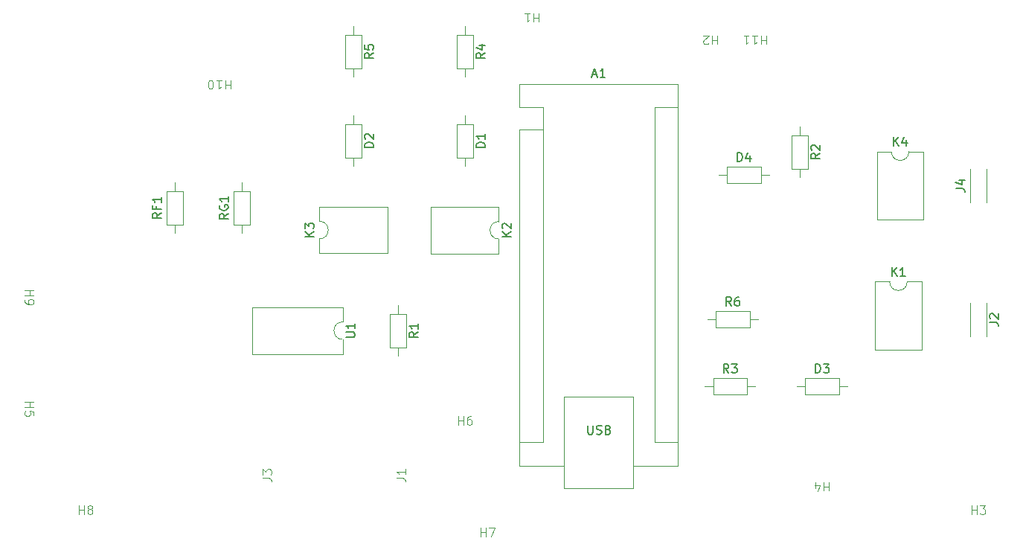
<source format=gbr>
%TF.GenerationSoftware,KiCad,Pcbnew,(7.0.0)*%
%TF.CreationDate,2023-09-29T18:22:51-04:00*%
%TF.ProjectId,Tinnitus Device 2,54696e6e-6974-4757-9320-446576696365,rev?*%
%TF.SameCoordinates,Original*%
%TF.FileFunction,Legend,Top*%
%TF.FilePolarity,Positive*%
%FSLAX46Y46*%
G04 Gerber Fmt 4.6, Leading zero omitted, Abs format (unit mm)*
G04 Created by KiCad (PCBNEW (7.0.0)) date 2023-09-29 18:22:51*
%MOMM*%
%LPD*%
G01*
G04 APERTURE LIST*
%ADD10C,0.150000*%
%ADD11C,0.100000*%
%ADD12C,0.120000*%
G04 APERTURE END LIST*
D10*
%TO.C,U1*%
X113457380Y-90931904D02*
X114266904Y-90931904D01*
X114266904Y-90931904D02*
X114362142Y-90884285D01*
X114362142Y-90884285D02*
X114409761Y-90836666D01*
X114409761Y-90836666D02*
X114457380Y-90741428D01*
X114457380Y-90741428D02*
X114457380Y-90550952D01*
X114457380Y-90550952D02*
X114409761Y-90455714D01*
X114409761Y-90455714D02*
X114362142Y-90408095D01*
X114362142Y-90408095D02*
X114266904Y-90360476D01*
X114266904Y-90360476D02*
X113457380Y-90360476D01*
X114457380Y-89360476D02*
X114457380Y-89931904D01*
X114457380Y-89646190D02*
X113457380Y-89646190D01*
X113457380Y-89646190D02*
X113600238Y-89741428D01*
X113600238Y-89741428D02*
X113695476Y-89836666D01*
X113695476Y-89836666D02*
X113743095Y-89931904D01*
%TO.C,RG1*%
X100047380Y-76866666D02*
X99571190Y-77199999D01*
X100047380Y-77438094D02*
X99047380Y-77438094D01*
X99047380Y-77438094D02*
X99047380Y-77057142D01*
X99047380Y-77057142D02*
X99095000Y-76961904D01*
X99095000Y-76961904D02*
X99142619Y-76914285D01*
X99142619Y-76914285D02*
X99237857Y-76866666D01*
X99237857Y-76866666D02*
X99380714Y-76866666D01*
X99380714Y-76866666D02*
X99475952Y-76914285D01*
X99475952Y-76914285D02*
X99523571Y-76961904D01*
X99523571Y-76961904D02*
X99571190Y-77057142D01*
X99571190Y-77057142D02*
X99571190Y-77438094D01*
X99095000Y-75914285D02*
X99047380Y-76009523D01*
X99047380Y-76009523D02*
X99047380Y-76152380D01*
X99047380Y-76152380D02*
X99095000Y-76295237D01*
X99095000Y-76295237D02*
X99190238Y-76390475D01*
X99190238Y-76390475D02*
X99285476Y-76438094D01*
X99285476Y-76438094D02*
X99475952Y-76485713D01*
X99475952Y-76485713D02*
X99618809Y-76485713D01*
X99618809Y-76485713D02*
X99809285Y-76438094D01*
X99809285Y-76438094D02*
X99904523Y-76390475D01*
X99904523Y-76390475D02*
X99999761Y-76295237D01*
X99999761Y-76295237D02*
X100047380Y-76152380D01*
X100047380Y-76152380D02*
X100047380Y-76057142D01*
X100047380Y-76057142D02*
X99999761Y-75914285D01*
X99999761Y-75914285D02*
X99952142Y-75866666D01*
X99952142Y-75866666D02*
X99618809Y-75866666D01*
X99618809Y-75866666D02*
X99618809Y-76057142D01*
X100047380Y-74914285D02*
X100047380Y-75485713D01*
X100047380Y-75199999D02*
X99047380Y-75199999D01*
X99047380Y-75199999D02*
X99190238Y-75295237D01*
X99190238Y-75295237D02*
X99285476Y-75390475D01*
X99285476Y-75390475D02*
X99333095Y-75485713D01*
%TO.C,RF1*%
X92427380Y-76795238D02*
X91951190Y-77128571D01*
X92427380Y-77366666D02*
X91427380Y-77366666D01*
X91427380Y-77366666D02*
X91427380Y-76985714D01*
X91427380Y-76985714D02*
X91475000Y-76890476D01*
X91475000Y-76890476D02*
X91522619Y-76842857D01*
X91522619Y-76842857D02*
X91617857Y-76795238D01*
X91617857Y-76795238D02*
X91760714Y-76795238D01*
X91760714Y-76795238D02*
X91855952Y-76842857D01*
X91855952Y-76842857D02*
X91903571Y-76890476D01*
X91903571Y-76890476D02*
X91951190Y-76985714D01*
X91951190Y-76985714D02*
X91951190Y-77366666D01*
X91903571Y-76033333D02*
X91903571Y-76366666D01*
X92427380Y-76366666D02*
X91427380Y-76366666D01*
X91427380Y-76366666D02*
X91427380Y-75890476D01*
X92427380Y-74985714D02*
X92427380Y-75557142D01*
X92427380Y-75271428D02*
X91427380Y-75271428D01*
X91427380Y-75271428D02*
X91570238Y-75366666D01*
X91570238Y-75366666D02*
X91665476Y-75461904D01*
X91665476Y-75461904D02*
X91713095Y-75557142D01*
%TO.C,R6*%
X157313333Y-87347380D02*
X156980000Y-86871190D01*
X156741905Y-87347380D02*
X156741905Y-86347380D01*
X156741905Y-86347380D02*
X157122857Y-86347380D01*
X157122857Y-86347380D02*
X157218095Y-86395000D01*
X157218095Y-86395000D02*
X157265714Y-86442619D01*
X157265714Y-86442619D02*
X157313333Y-86537857D01*
X157313333Y-86537857D02*
X157313333Y-86680714D01*
X157313333Y-86680714D02*
X157265714Y-86775952D01*
X157265714Y-86775952D02*
X157218095Y-86823571D01*
X157218095Y-86823571D02*
X157122857Y-86871190D01*
X157122857Y-86871190D02*
X156741905Y-86871190D01*
X158170476Y-86347380D02*
X157980000Y-86347380D01*
X157980000Y-86347380D02*
X157884762Y-86395000D01*
X157884762Y-86395000D02*
X157837143Y-86442619D01*
X157837143Y-86442619D02*
X157741905Y-86585476D01*
X157741905Y-86585476D02*
X157694286Y-86775952D01*
X157694286Y-86775952D02*
X157694286Y-87156904D01*
X157694286Y-87156904D02*
X157741905Y-87252142D01*
X157741905Y-87252142D02*
X157789524Y-87299761D01*
X157789524Y-87299761D02*
X157884762Y-87347380D01*
X157884762Y-87347380D02*
X158075238Y-87347380D01*
X158075238Y-87347380D02*
X158170476Y-87299761D01*
X158170476Y-87299761D02*
X158218095Y-87252142D01*
X158218095Y-87252142D02*
X158265714Y-87156904D01*
X158265714Y-87156904D02*
X158265714Y-86918809D01*
X158265714Y-86918809D02*
X158218095Y-86823571D01*
X158218095Y-86823571D02*
X158170476Y-86775952D01*
X158170476Y-86775952D02*
X158075238Y-86728333D01*
X158075238Y-86728333D02*
X157884762Y-86728333D01*
X157884762Y-86728333D02*
X157789524Y-86775952D01*
X157789524Y-86775952D02*
X157741905Y-86823571D01*
X157741905Y-86823571D02*
X157694286Y-86918809D01*
%TO.C,R5*%
X116587380Y-58586666D02*
X116111190Y-58919999D01*
X116587380Y-59158094D02*
X115587380Y-59158094D01*
X115587380Y-59158094D02*
X115587380Y-58777142D01*
X115587380Y-58777142D02*
X115635000Y-58681904D01*
X115635000Y-58681904D02*
X115682619Y-58634285D01*
X115682619Y-58634285D02*
X115777857Y-58586666D01*
X115777857Y-58586666D02*
X115920714Y-58586666D01*
X115920714Y-58586666D02*
X116015952Y-58634285D01*
X116015952Y-58634285D02*
X116063571Y-58681904D01*
X116063571Y-58681904D02*
X116111190Y-58777142D01*
X116111190Y-58777142D02*
X116111190Y-59158094D01*
X115587380Y-57681904D02*
X115587380Y-58158094D01*
X115587380Y-58158094D02*
X116063571Y-58205713D01*
X116063571Y-58205713D02*
X116015952Y-58158094D01*
X116015952Y-58158094D02*
X115968333Y-58062856D01*
X115968333Y-58062856D02*
X115968333Y-57824761D01*
X115968333Y-57824761D02*
X116015952Y-57729523D01*
X116015952Y-57729523D02*
X116063571Y-57681904D01*
X116063571Y-57681904D02*
X116158809Y-57634285D01*
X116158809Y-57634285D02*
X116396904Y-57634285D01*
X116396904Y-57634285D02*
X116492142Y-57681904D01*
X116492142Y-57681904D02*
X116539761Y-57729523D01*
X116539761Y-57729523D02*
X116587380Y-57824761D01*
X116587380Y-57824761D02*
X116587380Y-58062856D01*
X116587380Y-58062856D02*
X116539761Y-58158094D01*
X116539761Y-58158094D02*
X116492142Y-58205713D01*
%TO.C,R4*%
X129287380Y-58586666D02*
X128811190Y-58919999D01*
X129287380Y-59158094D02*
X128287380Y-59158094D01*
X128287380Y-59158094D02*
X128287380Y-58777142D01*
X128287380Y-58777142D02*
X128335000Y-58681904D01*
X128335000Y-58681904D02*
X128382619Y-58634285D01*
X128382619Y-58634285D02*
X128477857Y-58586666D01*
X128477857Y-58586666D02*
X128620714Y-58586666D01*
X128620714Y-58586666D02*
X128715952Y-58634285D01*
X128715952Y-58634285D02*
X128763571Y-58681904D01*
X128763571Y-58681904D02*
X128811190Y-58777142D01*
X128811190Y-58777142D02*
X128811190Y-59158094D01*
X128620714Y-57729523D02*
X129287380Y-57729523D01*
X128239761Y-57967618D02*
X128954047Y-58205713D01*
X128954047Y-58205713D02*
X128954047Y-57586666D01*
%TO.C,R3*%
X157013333Y-94967380D02*
X156680000Y-94491190D01*
X156441905Y-94967380D02*
X156441905Y-93967380D01*
X156441905Y-93967380D02*
X156822857Y-93967380D01*
X156822857Y-93967380D02*
X156918095Y-94015000D01*
X156918095Y-94015000D02*
X156965714Y-94062619D01*
X156965714Y-94062619D02*
X157013333Y-94157857D01*
X157013333Y-94157857D02*
X157013333Y-94300714D01*
X157013333Y-94300714D02*
X156965714Y-94395952D01*
X156965714Y-94395952D02*
X156918095Y-94443571D01*
X156918095Y-94443571D02*
X156822857Y-94491190D01*
X156822857Y-94491190D02*
X156441905Y-94491190D01*
X157346667Y-93967380D02*
X157965714Y-93967380D01*
X157965714Y-93967380D02*
X157632381Y-94348333D01*
X157632381Y-94348333D02*
X157775238Y-94348333D01*
X157775238Y-94348333D02*
X157870476Y-94395952D01*
X157870476Y-94395952D02*
X157918095Y-94443571D01*
X157918095Y-94443571D02*
X157965714Y-94538809D01*
X157965714Y-94538809D02*
X157965714Y-94776904D01*
X157965714Y-94776904D02*
X157918095Y-94872142D01*
X157918095Y-94872142D02*
X157870476Y-94919761D01*
X157870476Y-94919761D02*
X157775238Y-94967380D01*
X157775238Y-94967380D02*
X157489524Y-94967380D01*
X157489524Y-94967380D02*
X157394286Y-94919761D01*
X157394286Y-94919761D02*
X157346667Y-94872142D01*
%TO.C,R2*%
X167387380Y-70016666D02*
X166911190Y-70349999D01*
X167387380Y-70588094D02*
X166387380Y-70588094D01*
X166387380Y-70588094D02*
X166387380Y-70207142D01*
X166387380Y-70207142D02*
X166435000Y-70111904D01*
X166435000Y-70111904D02*
X166482619Y-70064285D01*
X166482619Y-70064285D02*
X166577857Y-70016666D01*
X166577857Y-70016666D02*
X166720714Y-70016666D01*
X166720714Y-70016666D02*
X166815952Y-70064285D01*
X166815952Y-70064285D02*
X166863571Y-70111904D01*
X166863571Y-70111904D02*
X166911190Y-70207142D01*
X166911190Y-70207142D02*
X166911190Y-70588094D01*
X166482619Y-69635713D02*
X166435000Y-69588094D01*
X166435000Y-69588094D02*
X166387380Y-69492856D01*
X166387380Y-69492856D02*
X166387380Y-69254761D01*
X166387380Y-69254761D02*
X166435000Y-69159523D01*
X166435000Y-69159523D02*
X166482619Y-69111904D01*
X166482619Y-69111904D02*
X166577857Y-69064285D01*
X166577857Y-69064285D02*
X166673095Y-69064285D01*
X166673095Y-69064285D02*
X166815952Y-69111904D01*
X166815952Y-69111904D02*
X167387380Y-69683332D01*
X167387380Y-69683332D02*
X167387380Y-69064285D01*
%TO.C,R1*%
X121667380Y-90336666D02*
X121191190Y-90669999D01*
X121667380Y-90908094D02*
X120667380Y-90908094D01*
X120667380Y-90908094D02*
X120667380Y-90527142D01*
X120667380Y-90527142D02*
X120715000Y-90431904D01*
X120715000Y-90431904D02*
X120762619Y-90384285D01*
X120762619Y-90384285D02*
X120857857Y-90336666D01*
X120857857Y-90336666D02*
X121000714Y-90336666D01*
X121000714Y-90336666D02*
X121095952Y-90384285D01*
X121095952Y-90384285D02*
X121143571Y-90431904D01*
X121143571Y-90431904D02*
X121191190Y-90527142D01*
X121191190Y-90527142D02*
X121191190Y-90908094D01*
X121667380Y-89384285D02*
X121667380Y-89955713D01*
X121667380Y-89669999D02*
X120667380Y-89669999D01*
X120667380Y-89669999D02*
X120810238Y-89765237D01*
X120810238Y-89765237D02*
X120905476Y-89860475D01*
X120905476Y-89860475D02*
X120953095Y-89955713D01*
%TO.C,K4*%
X175791905Y-69172380D02*
X175791905Y-68172380D01*
X176363333Y-69172380D02*
X175934762Y-68600952D01*
X176363333Y-68172380D02*
X175791905Y-68743809D01*
X177220476Y-68505714D02*
X177220476Y-69172380D01*
X176982381Y-68124761D02*
X176744286Y-68839047D01*
X176744286Y-68839047D02*
X177363333Y-68839047D01*
%TO.C,K3*%
X109812380Y-79468094D02*
X108812380Y-79468094D01*
X109812380Y-78896666D02*
X109240952Y-79325237D01*
X108812380Y-78896666D02*
X109383809Y-79468094D01*
X108812380Y-78563332D02*
X108812380Y-77944285D01*
X108812380Y-77944285D02*
X109193333Y-78277618D01*
X109193333Y-78277618D02*
X109193333Y-78134761D01*
X109193333Y-78134761D02*
X109240952Y-78039523D01*
X109240952Y-78039523D02*
X109288571Y-77991904D01*
X109288571Y-77991904D02*
X109383809Y-77944285D01*
X109383809Y-77944285D02*
X109621904Y-77944285D01*
X109621904Y-77944285D02*
X109717142Y-77991904D01*
X109717142Y-77991904D02*
X109764761Y-78039523D01*
X109764761Y-78039523D02*
X109812380Y-78134761D01*
X109812380Y-78134761D02*
X109812380Y-78420475D01*
X109812380Y-78420475D02*
X109764761Y-78515713D01*
X109764761Y-78515713D02*
X109717142Y-78563332D01*
%TO.C,K2*%
X132222380Y-79488094D02*
X131222380Y-79488094D01*
X132222380Y-78916666D02*
X131650952Y-79345237D01*
X131222380Y-78916666D02*
X131793809Y-79488094D01*
X131317619Y-78535713D02*
X131270000Y-78488094D01*
X131270000Y-78488094D02*
X131222380Y-78392856D01*
X131222380Y-78392856D02*
X131222380Y-78154761D01*
X131222380Y-78154761D02*
X131270000Y-78059523D01*
X131270000Y-78059523D02*
X131317619Y-78011904D01*
X131317619Y-78011904D02*
X131412857Y-77964285D01*
X131412857Y-77964285D02*
X131508095Y-77964285D01*
X131508095Y-77964285D02*
X131650952Y-78011904D01*
X131650952Y-78011904D02*
X132222380Y-78583332D01*
X132222380Y-78583332D02*
X132222380Y-77964285D01*
%TO.C,K1*%
X175591128Y-83970870D02*
X175591128Y-82970870D01*
X176162556Y-83970870D02*
X175733985Y-83399442D01*
X176162556Y-82970870D02*
X175591128Y-83542299D01*
X177114937Y-83970870D02*
X176543509Y-83970870D01*
X176829223Y-83970870D02*
X176829223Y-82970870D01*
X176829223Y-82970870D02*
X176733985Y-83113728D01*
X176733985Y-83113728D02*
X176638747Y-83208966D01*
X176638747Y-83208966D02*
X176543509Y-83256585D01*
%TO.C,J4*%
X182867380Y-73993333D02*
X183581666Y-73993333D01*
X183581666Y-73993333D02*
X183724523Y-74040952D01*
X183724523Y-74040952D02*
X183819761Y-74136190D01*
X183819761Y-74136190D02*
X183867380Y-74279047D01*
X183867380Y-74279047D02*
X183867380Y-74374285D01*
X183200714Y-73088571D02*
X183867380Y-73088571D01*
X182819761Y-73326666D02*
X183534047Y-73564761D01*
X183534047Y-73564761D02*
X183534047Y-72945714D01*
D11*
%TO.C,J3*%
X103967380Y-106933333D02*
X104681666Y-106933333D01*
X104681666Y-106933333D02*
X104824523Y-106980952D01*
X104824523Y-106980952D02*
X104919761Y-107076190D01*
X104919761Y-107076190D02*
X104967380Y-107219047D01*
X104967380Y-107219047D02*
X104967380Y-107314285D01*
X103967380Y-106552380D02*
X103967380Y-105933333D01*
X103967380Y-105933333D02*
X104348333Y-106266666D01*
X104348333Y-106266666D02*
X104348333Y-106123809D01*
X104348333Y-106123809D02*
X104395952Y-106028571D01*
X104395952Y-106028571D02*
X104443571Y-105980952D01*
X104443571Y-105980952D02*
X104538809Y-105933333D01*
X104538809Y-105933333D02*
X104776904Y-105933333D01*
X104776904Y-105933333D02*
X104872142Y-105980952D01*
X104872142Y-105980952D02*
X104919761Y-106028571D01*
X104919761Y-106028571D02*
X104967380Y-106123809D01*
X104967380Y-106123809D02*
X104967380Y-106409523D01*
X104967380Y-106409523D02*
X104919761Y-106504761D01*
X104919761Y-106504761D02*
X104872142Y-106552380D01*
D10*
%TO.C,J2*%
X186707380Y-89233333D02*
X187421666Y-89233333D01*
X187421666Y-89233333D02*
X187564523Y-89280952D01*
X187564523Y-89280952D02*
X187659761Y-89376190D01*
X187659761Y-89376190D02*
X187707380Y-89519047D01*
X187707380Y-89519047D02*
X187707380Y-89614285D01*
X186802619Y-88804761D02*
X186755000Y-88757142D01*
X186755000Y-88757142D02*
X186707380Y-88661904D01*
X186707380Y-88661904D02*
X186707380Y-88423809D01*
X186707380Y-88423809D02*
X186755000Y-88328571D01*
X186755000Y-88328571D02*
X186802619Y-88280952D01*
X186802619Y-88280952D02*
X186897857Y-88233333D01*
X186897857Y-88233333D02*
X186993095Y-88233333D01*
X186993095Y-88233333D02*
X187135952Y-88280952D01*
X187135952Y-88280952D02*
X187707380Y-88852380D01*
X187707380Y-88852380D02*
X187707380Y-88233333D01*
D11*
%TO.C,J1*%
X119207380Y-106933333D02*
X119921666Y-106933333D01*
X119921666Y-106933333D02*
X120064523Y-106980952D01*
X120064523Y-106980952D02*
X120159761Y-107076190D01*
X120159761Y-107076190D02*
X120207380Y-107219047D01*
X120207380Y-107219047D02*
X120207380Y-107314285D01*
X120207380Y-105933333D02*
X120207380Y-106504761D01*
X120207380Y-106219047D02*
X119207380Y-106219047D01*
X119207380Y-106219047D02*
X119350238Y-106314285D01*
X119350238Y-106314285D02*
X119445476Y-106409523D01*
X119445476Y-106409523D02*
X119493095Y-106504761D01*
%TO.C,H11*%
X161258094Y-56592619D02*
X161258094Y-57592619D01*
X161258094Y-57116428D02*
X160686666Y-57116428D01*
X160686666Y-56592619D02*
X160686666Y-57592619D01*
X159686666Y-56592619D02*
X160258094Y-56592619D01*
X159972380Y-56592619D02*
X159972380Y-57592619D01*
X159972380Y-57592619D02*
X160067618Y-57449761D01*
X160067618Y-57449761D02*
X160162856Y-57354523D01*
X160162856Y-57354523D02*
X160258094Y-57306904D01*
X158734285Y-56592619D02*
X159305713Y-56592619D01*
X159019999Y-56592619D02*
X159019999Y-57592619D01*
X159019999Y-57592619D02*
X159115237Y-57449761D01*
X159115237Y-57449761D02*
X159210475Y-57354523D01*
X159210475Y-57354523D02*
X159305713Y-57306904D01*
%TO.C,H10*%
X100298094Y-61672619D02*
X100298094Y-62672619D01*
X100298094Y-62196428D02*
X99726666Y-62196428D01*
X99726666Y-61672619D02*
X99726666Y-62672619D01*
X98726666Y-61672619D02*
X99298094Y-61672619D01*
X99012380Y-61672619D02*
X99012380Y-62672619D01*
X99012380Y-62672619D02*
X99107618Y-62529761D01*
X99107618Y-62529761D02*
X99202856Y-62434523D01*
X99202856Y-62434523D02*
X99298094Y-62386904D01*
X98107618Y-62672619D02*
X98012380Y-62672619D01*
X98012380Y-62672619D02*
X97917142Y-62625000D01*
X97917142Y-62625000D02*
X97869523Y-62577380D01*
X97869523Y-62577380D02*
X97821904Y-62482142D01*
X97821904Y-62482142D02*
X97774285Y-62291666D01*
X97774285Y-62291666D02*
X97774285Y-62053571D01*
X97774285Y-62053571D02*
X97821904Y-61863095D01*
X97821904Y-61863095D02*
X97869523Y-61767857D01*
X97869523Y-61767857D02*
X97917142Y-61720238D01*
X97917142Y-61720238D02*
X98012380Y-61672619D01*
X98012380Y-61672619D02*
X98107618Y-61672619D01*
X98107618Y-61672619D02*
X98202856Y-61720238D01*
X98202856Y-61720238D02*
X98250475Y-61767857D01*
X98250475Y-61767857D02*
X98298094Y-61863095D01*
X98298094Y-61863095D02*
X98345713Y-62053571D01*
X98345713Y-62053571D02*
X98345713Y-62291666D01*
X98345713Y-62291666D02*
X98298094Y-62482142D01*
X98298094Y-62482142D02*
X98250475Y-62577380D01*
X98250475Y-62577380D02*
X98202856Y-62625000D01*
X98202856Y-62625000D02*
X98107618Y-62672619D01*
%TO.C,H9*%
X76912619Y-85598095D02*
X77912619Y-85598095D01*
X77436428Y-85598095D02*
X77436428Y-86169523D01*
X76912619Y-86169523D02*
X77912619Y-86169523D01*
X76912619Y-86693333D02*
X76912619Y-86883809D01*
X76912619Y-86883809D02*
X76960238Y-86979047D01*
X76960238Y-86979047D02*
X77007857Y-87026666D01*
X77007857Y-87026666D02*
X77150714Y-87121904D01*
X77150714Y-87121904D02*
X77341190Y-87169523D01*
X77341190Y-87169523D02*
X77722142Y-87169523D01*
X77722142Y-87169523D02*
X77817380Y-87121904D01*
X77817380Y-87121904D02*
X77865000Y-87074285D01*
X77865000Y-87074285D02*
X77912619Y-86979047D01*
X77912619Y-86979047D02*
X77912619Y-86788571D01*
X77912619Y-86788571D02*
X77865000Y-86693333D01*
X77865000Y-86693333D02*
X77817380Y-86645714D01*
X77817380Y-86645714D02*
X77722142Y-86598095D01*
X77722142Y-86598095D02*
X77484047Y-86598095D01*
X77484047Y-86598095D02*
X77388809Y-86645714D01*
X77388809Y-86645714D02*
X77341190Y-86693333D01*
X77341190Y-86693333D02*
X77293571Y-86788571D01*
X77293571Y-86788571D02*
X77293571Y-86979047D01*
X77293571Y-86979047D02*
X77341190Y-87074285D01*
X77341190Y-87074285D02*
X77388809Y-87121904D01*
X77388809Y-87121904D02*
X77484047Y-87169523D01*
%TO.C,H8*%
X83058095Y-111047380D02*
X83058095Y-110047380D01*
X83058095Y-110523571D02*
X83629523Y-110523571D01*
X83629523Y-111047380D02*
X83629523Y-110047380D01*
X84248571Y-110475952D02*
X84153333Y-110428333D01*
X84153333Y-110428333D02*
X84105714Y-110380714D01*
X84105714Y-110380714D02*
X84058095Y-110285476D01*
X84058095Y-110285476D02*
X84058095Y-110237857D01*
X84058095Y-110237857D02*
X84105714Y-110142619D01*
X84105714Y-110142619D02*
X84153333Y-110095000D01*
X84153333Y-110095000D02*
X84248571Y-110047380D01*
X84248571Y-110047380D02*
X84439047Y-110047380D01*
X84439047Y-110047380D02*
X84534285Y-110095000D01*
X84534285Y-110095000D02*
X84581904Y-110142619D01*
X84581904Y-110142619D02*
X84629523Y-110237857D01*
X84629523Y-110237857D02*
X84629523Y-110285476D01*
X84629523Y-110285476D02*
X84581904Y-110380714D01*
X84581904Y-110380714D02*
X84534285Y-110428333D01*
X84534285Y-110428333D02*
X84439047Y-110475952D01*
X84439047Y-110475952D02*
X84248571Y-110475952D01*
X84248571Y-110475952D02*
X84153333Y-110523571D01*
X84153333Y-110523571D02*
X84105714Y-110571190D01*
X84105714Y-110571190D02*
X84058095Y-110666428D01*
X84058095Y-110666428D02*
X84058095Y-110856904D01*
X84058095Y-110856904D02*
X84105714Y-110952142D01*
X84105714Y-110952142D02*
X84153333Y-110999761D01*
X84153333Y-110999761D02*
X84248571Y-111047380D01*
X84248571Y-111047380D02*
X84439047Y-111047380D01*
X84439047Y-111047380D02*
X84534285Y-110999761D01*
X84534285Y-110999761D02*
X84581904Y-110952142D01*
X84581904Y-110952142D02*
X84629523Y-110856904D01*
X84629523Y-110856904D02*
X84629523Y-110666428D01*
X84629523Y-110666428D02*
X84581904Y-110571190D01*
X84581904Y-110571190D02*
X84534285Y-110523571D01*
X84534285Y-110523571D02*
X84439047Y-110475952D01*
%TO.C,H7*%
X128778095Y-113587380D02*
X128778095Y-112587380D01*
X128778095Y-113063571D02*
X129349523Y-113063571D01*
X129349523Y-113587380D02*
X129349523Y-112587380D01*
X129730476Y-112587380D02*
X130397142Y-112587380D01*
X130397142Y-112587380D02*
X129968571Y-113587380D01*
%TO.C,H6*%
X126238095Y-100887380D02*
X126238095Y-99887380D01*
X126238095Y-100363571D02*
X126809523Y-100363571D01*
X126809523Y-100887380D02*
X126809523Y-99887380D01*
X127714285Y-99887380D02*
X127523809Y-99887380D01*
X127523809Y-99887380D02*
X127428571Y-99935000D01*
X127428571Y-99935000D02*
X127380952Y-99982619D01*
X127380952Y-99982619D02*
X127285714Y-100125476D01*
X127285714Y-100125476D02*
X127238095Y-100315952D01*
X127238095Y-100315952D02*
X127238095Y-100696904D01*
X127238095Y-100696904D02*
X127285714Y-100792142D01*
X127285714Y-100792142D02*
X127333333Y-100839761D01*
X127333333Y-100839761D02*
X127428571Y-100887380D01*
X127428571Y-100887380D02*
X127619047Y-100887380D01*
X127619047Y-100887380D02*
X127714285Y-100839761D01*
X127714285Y-100839761D02*
X127761904Y-100792142D01*
X127761904Y-100792142D02*
X127809523Y-100696904D01*
X127809523Y-100696904D02*
X127809523Y-100458809D01*
X127809523Y-100458809D02*
X127761904Y-100363571D01*
X127761904Y-100363571D02*
X127714285Y-100315952D01*
X127714285Y-100315952D02*
X127619047Y-100268333D01*
X127619047Y-100268333D02*
X127428571Y-100268333D01*
X127428571Y-100268333D02*
X127333333Y-100315952D01*
X127333333Y-100315952D02*
X127285714Y-100363571D01*
X127285714Y-100363571D02*
X127238095Y-100458809D01*
%TO.C,H5*%
X76912619Y-98298095D02*
X77912619Y-98298095D01*
X77436428Y-98298095D02*
X77436428Y-98869523D01*
X76912619Y-98869523D02*
X77912619Y-98869523D01*
X77912619Y-99821904D02*
X77912619Y-99345714D01*
X77912619Y-99345714D02*
X77436428Y-99298095D01*
X77436428Y-99298095D02*
X77484047Y-99345714D01*
X77484047Y-99345714D02*
X77531666Y-99440952D01*
X77531666Y-99440952D02*
X77531666Y-99679047D01*
X77531666Y-99679047D02*
X77484047Y-99774285D01*
X77484047Y-99774285D02*
X77436428Y-99821904D01*
X77436428Y-99821904D02*
X77341190Y-99869523D01*
X77341190Y-99869523D02*
X77103095Y-99869523D01*
X77103095Y-99869523D02*
X77007857Y-99821904D01*
X77007857Y-99821904D02*
X76960238Y-99774285D01*
X76960238Y-99774285D02*
X76912619Y-99679047D01*
X76912619Y-99679047D02*
X76912619Y-99440952D01*
X76912619Y-99440952D02*
X76960238Y-99345714D01*
X76960238Y-99345714D02*
X77007857Y-99298095D01*
%TO.C,H4*%
X168401904Y-107392619D02*
X168401904Y-108392619D01*
X168401904Y-107916428D02*
X167830476Y-107916428D01*
X167830476Y-107392619D02*
X167830476Y-108392619D01*
X166925714Y-108059285D02*
X166925714Y-107392619D01*
X167163809Y-108440238D02*
X167401904Y-107725952D01*
X167401904Y-107725952D02*
X166782857Y-107725952D01*
%TO.C,H3*%
X184658095Y-111047380D02*
X184658095Y-110047380D01*
X184658095Y-110523571D02*
X185229523Y-110523571D01*
X185229523Y-111047380D02*
X185229523Y-110047380D01*
X185610476Y-110047380D02*
X186229523Y-110047380D01*
X186229523Y-110047380D02*
X185896190Y-110428333D01*
X185896190Y-110428333D02*
X186039047Y-110428333D01*
X186039047Y-110428333D02*
X186134285Y-110475952D01*
X186134285Y-110475952D02*
X186181904Y-110523571D01*
X186181904Y-110523571D02*
X186229523Y-110618809D01*
X186229523Y-110618809D02*
X186229523Y-110856904D01*
X186229523Y-110856904D02*
X186181904Y-110952142D01*
X186181904Y-110952142D02*
X186134285Y-110999761D01*
X186134285Y-110999761D02*
X186039047Y-111047380D01*
X186039047Y-111047380D02*
X185753333Y-111047380D01*
X185753333Y-111047380D02*
X185658095Y-110999761D01*
X185658095Y-110999761D02*
X185610476Y-110952142D01*
%TO.C,H2*%
X155701904Y-56592619D02*
X155701904Y-57592619D01*
X155701904Y-57116428D02*
X155130476Y-57116428D01*
X155130476Y-56592619D02*
X155130476Y-57592619D01*
X154701904Y-57497380D02*
X154654285Y-57545000D01*
X154654285Y-57545000D02*
X154559047Y-57592619D01*
X154559047Y-57592619D02*
X154320952Y-57592619D01*
X154320952Y-57592619D02*
X154225714Y-57545000D01*
X154225714Y-57545000D02*
X154178095Y-57497380D01*
X154178095Y-57497380D02*
X154130476Y-57402142D01*
X154130476Y-57402142D02*
X154130476Y-57306904D01*
X154130476Y-57306904D02*
X154178095Y-57164047D01*
X154178095Y-57164047D02*
X154749523Y-56592619D01*
X154749523Y-56592619D02*
X154130476Y-56592619D01*
%TO.C,H1*%
X135381904Y-54052619D02*
X135381904Y-55052619D01*
X135381904Y-54576428D02*
X134810476Y-54576428D01*
X134810476Y-54052619D02*
X134810476Y-55052619D01*
X133810476Y-54052619D02*
X134381904Y-54052619D01*
X134096190Y-54052619D02*
X134096190Y-55052619D01*
X134096190Y-55052619D02*
X134191428Y-54909761D01*
X134191428Y-54909761D02*
X134286666Y-54814523D01*
X134286666Y-54814523D02*
X134381904Y-54766904D01*
D10*
%TO.C,D4*%
X158011905Y-70927380D02*
X158011905Y-69927380D01*
X158011905Y-69927380D02*
X158250000Y-69927380D01*
X158250000Y-69927380D02*
X158392857Y-69975000D01*
X158392857Y-69975000D02*
X158488095Y-70070238D01*
X158488095Y-70070238D02*
X158535714Y-70165476D01*
X158535714Y-70165476D02*
X158583333Y-70355952D01*
X158583333Y-70355952D02*
X158583333Y-70498809D01*
X158583333Y-70498809D02*
X158535714Y-70689285D01*
X158535714Y-70689285D02*
X158488095Y-70784523D01*
X158488095Y-70784523D02*
X158392857Y-70879761D01*
X158392857Y-70879761D02*
X158250000Y-70927380D01*
X158250000Y-70927380D02*
X158011905Y-70927380D01*
X159440476Y-70260714D02*
X159440476Y-70927380D01*
X159202381Y-69879761D02*
X158964286Y-70594047D01*
X158964286Y-70594047D02*
X159583333Y-70594047D01*
%TO.C,D3*%
X166901905Y-94967380D02*
X166901905Y-93967380D01*
X166901905Y-93967380D02*
X167140000Y-93967380D01*
X167140000Y-93967380D02*
X167282857Y-94015000D01*
X167282857Y-94015000D02*
X167378095Y-94110238D01*
X167378095Y-94110238D02*
X167425714Y-94205476D01*
X167425714Y-94205476D02*
X167473333Y-94395952D01*
X167473333Y-94395952D02*
X167473333Y-94538809D01*
X167473333Y-94538809D02*
X167425714Y-94729285D01*
X167425714Y-94729285D02*
X167378095Y-94824523D01*
X167378095Y-94824523D02*
X167282857Y-94919761D01*
X167282857Y-94919761D02*
X167140000Y-94967380D01*
X167140000Y-94967380D02*
X166901905Y-94967380D01*
X167806667Y-93967380D02*
X168425714Y-93967380D01*
X168425714Y-93967380D02*
X168092381Y-94348333D01*
X168092381Y-94348333D02*
X168235238Y-94348333D01*
X168235238Y-94348333D02*
X168330476Y-94395952D01*
X168330476Y-94395952D02*
X168378095Y-94443571D01*
X168378095Y-94443571D02*
X168425714Y-94538809D01*
X168425714Y-94538809D02*
X168425714Y-94776904D01*
X168425714Y-94776904D02*
X168378095Y-94872142D01*
X168378095Y-94872142D02*
X168330476Y-94919761D01*
X168330476Y-94919761D02*
X168235238Y-94967380D01*
X168235238Y-94967380D02*
X167949524Y-94967380D01*
X167949524Y-94967380D02*
X167854286Y-94919761D01*
X167854286Y-94919761D02*
X167806667Y-94872142D01*
%TO.C,D2*%
X116587380Y-69318094D02*
X115587380Y-69318094D01*
X115587380Y-69318094D02*
X115587380Y-69079999D01*
X115587380Y-69079999D02*
X115635000Y-68937142D01*
X115635000Y-68937142D02*
X115730238Y-68841904D01*
X115730238Y-68841904D02*
X115825476Y-68794285D01*
X115825476Y-68794285D02*
X116015952Y-68746666D01*
X116015952Y-68746666D02*
X116158809Y-68746666D01*
X116158809Y-68746666D02*
X116349285Y-68794285D01*
X116349285Y-68794285D02*
X116444523Y-68841904D01*
X116444523Y-68841904D02*
X116539761Y-68937142D01*
X116539761Y-68937142D02*
X116587380Y-69079999D01*
X116587380Y-69079999D02*
X116587380Y-69318094D01*
X115682619Y-68365713D02*
X115635000Y-68318094D01*
X115635000Y-68318094D02*
X115587380Y-68222856D01*
X115587380Y-68222856D02*
X115587380Y-67984761D01*
X115587380Y-67984761D02*
X115635000Y-67889523D01*
X115635000Y-67889523D02*
X115682619Y-67841904D01*
X115682619Y-67841904D02*
X115777857Y-67794285D01*
X115777857Y-67794285D02*
X115873095Y-67794285D01*
X115873095Y-67794285D02*
X116015952Y-67841904D01*
X116015952Y-67841904D02*
X116587380Y-68413332D01*
X116587380Y-68413332D02*
X116587380Y-67794285D01*
%TO.C,D1*%
X129287380Y-69318094D02*
X128287380Y-69318094D01*
X128287380Y-69318094D02*
X128287380Y-69079999D01*
X128287380Y-69079999D02*
X128335000Y-68937142D01*
X128335000Y-68937142D02*
X128430238Y-68841904D01*
X128430238Y-68841904D02*
X128525476Y-68794285D01*
X128525476Y-68794285D02*
X128715952Y-68746666D01*
X128715952Y-68746666D02*
X128858809Y-68746666D01*
X128858809Y-68746666D02*
X129049285Y-68794285D01*
X129049285Y-68794285D02*
X129144523Y-68841904D01*
X129144523Y-68841904D02*
X129239761Y-68937142D01*
X129239761Y-68937142D02*
X129287380Y-69079999D01*
X129287380Y-69079999D02*
X129287380Y-69318094D01*
X129287380Y-67794285D02*
X129287380Y-68365713D01*
X129287380Y-68079999D02*
X128287380Y-68079999D01*
X128287380Y-68079999D02*
X128430238Y-68175237D01*
X128430238Y-68175237D02*
X128525476Y-68270475D01*
X128525476Y-68270475D02*
X128573095Y-68365713D01*
%TO.C,A1*%
X141525714Y-61041666D02*
X142001904Y-61041666D01*
X141430476Y-61327380D02*
X141763809Y-60327380D01*
X141763809Y-60327380D02*
X142097142Y-61327380D01*
X142954285Y-61327380D02*
X142382857Y-61327380D01*
X142668571Y-61327380D02*
X142668571Y-60327380D01*
X142668571Y-60327380D02*
X142573333Y-60470238D01*
X142573333Y-60470238D02*
X142478095Y-60565476D01*
X142478095Y-60565476D02*
X142382857Y-60613095D01*
X140978095Y-100967380D02*
X140978095Y-101776904D01*
X140978095Y-101776904D02*
X141025714Y-101872142D01*
X141025714Y-101872142D02*
X141073333Y-101919761D01*
X141073333Y-101919761D02*
X141168571Y-101967380D01*
X141168571Y-101967380D02*
X141359047Y-101967380D01*
X141359047Y-101967380D02*
X141454285Y-101919761D01*
X141454285Y-101919761D02*
X141501904Y-101872142D01*
X141501904Y-101872142D02*
X141549523Y-101776904D01*
X141549523Y-101776904D02*
X141549523Y-100967380D01*
X141978095Y-101919761D02*
X142120952Y-101967380D01*
X142120952Y-101967380D02*
X142359047Y-101967380D01*
X142359047Y-101967380D02*
X142454285Y-101919761D01*
X142454285Y-101919761D02*
X142501904Y-101872142D01*
X142501904Y-101872142D02*
X142549523Y-101776904D01*
X142549523Y-101776904D02*
X142549523Y-101681666D01*
X142549523Y-101681666D02*
X142501904Y-101586428D01*
X142501904Y-101586428D02*
X142454285Y-101538809D01*
X142454285Y-101538809D02*
X142359047Y-101491190D01*
X142359047Y-101491190D02*
X142168571Y-101443571D01*
X142168571Y-101443571D02*
X142073333Y-101395952D01*
X142073333Y-101395952D02*
X142025714Y-101348333D01*
X142025714Y-101348333D02*
X141978095Y-101253095D01*
X141978095Y-101253095D02*
X141978095Y-101157857D01*
X141978095Y-101157857D02*
X142025714Y-101062619D01*
X142025714Y-101062619D02*
X142073333Y-101015000D01*
X142073333Y-101015000D02*
X142168571Y-100967380D01*
X142168571Y-100967380D02*
X142406666Y-100967380D01*
X142406666Y-100967380D02*
X142549523Y-101015000D01*
X143311428Y-101443571D02*
X143454285Y-101491190D01*
X143454285Y-101491190D02*
X143501904Y-101538809D01*
X143501904Y-101538809D02*
X143549523Y-101634047D01*
X143549523Y-101634047D02*
X143549523Y-101776904D01*
X143549523Y-101776904D02*
X143501904Y-101872142D01*
X143501904Y-101872142D02*
X143454285Y-101919761D01*
X143454285Y-101919761D02*
X143359047Y-101967380D01*
X143359047Y-101967380D02*
X142978095Y-101967380D01*
X142978095Y-101967380D02*
X142978095Y-100967380D01*
X142978095Y-100967380D02*
X143311428Y-100967380D01*
X143311428Y-100967380D02*
X143406666Y-101015000D01*
X143406666Y-101015000D02*
X143454285Y-101062619D01*
X143454285Y-101062619D02*
X143501904Y-101157857D01*
X143501904Y-101157857D02*
X143501904Y-101253095D01*
X143501904Y-101253095D02*
X143454285Y-101348333D01*
X143454285Y-101348333D02*
X143406666Y-101395952D01*
X143406666Y-101395952D02*
X143311428Y-101443571D01*
X143311428Y-101443571D02*
X142978095Y-101443571D01*
D12*
%TO.C,U1*%
X113090000Y-92820000D02*
X113090000Y-91170000D01*
X113090000Y-87520000D02*
X102810000Y-87520000D01*
X102810000Y-92820000D02*
X113090000Y-92820000D01*
X113090000Y-89170000D02*
X113090000Y-87520000D01*
X102810000Y-87520000D02*
X102810000Y-92820000D01*
X113090000Y-89170000D02*
G75*
G03*
X113090000Y-91170000I0J-1000000D01*
G01*
%TO.C,RG1*%
X102520000Y-74280000D02*
X100680000Y-74280000D01*
X100680000Y-74280000D02*
X100680000Y-78120000D01*
X102520000Y-78120000D02*
X102520000Y-74280000D01*
X101600000Y-73330000D02*
X101600000Y-74280000D01*
X100680000Y-78120000D02*
X102520000Y-78120000D01*
X101600000Y-79070000D02*
X101600000Y-78120000D01*
%TO.C,RF1*%
X94900000Y-74280000D02*
X93060000Y-74280000D01*
X93060000Y-74280000D02*
X93060000Y-78120000D01*
X94900000Y-78120000D02*
X94900000Y-74280000D01*
X93980000Y-73330000D02*
X93980000Y-74280000D01*
X93060000Y-78120000D02*
X94900000Y-78120000D01*
X93980000Y-79070000D02*
X93980000Y-78120000D01*
%TO.C,R6*%
X154610000Y-88900000D02*
X155560000Y-88900000D01*
X155560000Y-87980000D02*
X155560000Y-89820000D01*
X160350000Y-88900000D02*
X159400000Y-88900000D01*
X155560000Y-89820000D02*
X159400000Y-89820000D01*
X159400000Y-87980000D02*
X155560000Y-87980000D01*
X159400000Y-89820000D02*
X159400000Y-87980000D01*
%TO.C,R5*%
X113380000Y-60340000D02*
X115220000Y-60340000D01*
X115220000Y-60340000D02*
X115220000Y-56500000D01*
X113380000Y-56500000D02*
X113380000Y-60340000D01*
X114300000Y-61290000D02*
X114300000Y-60340000D01*
X115220000Y-56500000D02*
X113380000Y-56500000D01*
X114300000Y-55550000D02*
X114300000Y-56500000D01*
%TO.C,R4*%
X126080000Y-60340000D02*
X127920000Y-60340000D01*
X127920000Y-60340000D02*
X127920000Y-56500000D01*
X126080000Y-56500000D02*
X126080000Y-60340000D01*
X127000000Y-61290000D02*
X127000000Y-60340000D01*
X127920000Y-56500000D02*
X126080000Y-56500000D01*
X127000000Y-55550000D02*
X127000000Y-56500000D01*
%TO.C,R3*%
X159100000Y-97440000D02*
X159100000Y-95600000D01*
X159100000Y-95600000D02*
X155260000Y-95600000D01*
X155260000Y-97440000D02*
X159100000Y-97440000D01*
X160050000Y-96520000D02*
X159100000Y-96520000D01*
X155260000Y-95600000D02*
X155260000Y-97440000D01*
X154310000Y-96520000D02*
X155260000Y-96520000D01*
%TO.C,R2*%
X164180000Y-71770000D02*
X166020000Y-71770000D01*
X166020000Y-71770000D02*
X166020000Y-67930000D01*
X164180000Y-67930000D02*
X164180000Y-71770000D01*
X165100000Y-72720000D02*
X165100000Y-71770000D01*
X166020000Y-67930000D02*
X164180000Y-67930000D01*
X165100000Y-66980000D02*
X165100000Y-67930000D01*
%TO.C,R1*%
X118460000Y-92090000D02*
X120300000Y-92090000D01*
X120300000Y-92090000D02*
X120300000Y-88250000D01*
X118460000Y-88250000D02*
X118460000Y-92090000D01*
X119380000Y-93040000D02*
X119380000Y-92090000D01*
X120300000Y-88250000D02*
X118460000Y-88250000D01*
X119380000Y-87300000D02*
X119380000Y-88250000D01*
%TO.C,K4*%
X179180000Y-69805000D02*
X177530000Y-69805000D01*
X179180000Y-77545000D02*
X179180000Y-69805000D01*
X173880000Y-69805000D02*
X173880000Y-77545000D01*
X173880000Y-77545000D02*
X179180000Y-77545000D01*
X175530000Y-69805000D02*
X173880000Y-69805000D01*
X175530000Y-69805000D02*
G75*
G03*
X177530000Y-69805000I1000000J0D01*
G01*
%TO.C,K3*%
X110445000Y-76080000D02*
X110445000Y-77730000D01*
X118185000Y-76080000D02*
X110445000Y-76080000D01*
X110445000Y-81380000D02*
X118185000Y-81380000D01*
X118185000Y-81380000D02*
X118185000Y-76080000D01*
X110445000Y-79730000D02*
X110445000Y-81380000D01*
X110445000Y-79730000D02*
G75*
G03*
X110445000Y-77730000I0J1000000D01*
G01*
%TO.C,K2*%
X130855000Y-81400000D02*
X130855000Y-79750000D01*
X123115000Y-81400000D02*
X130855000Y-81400000D01*
X130855000Y-76100000D02*
X123115000Y-76100000D01*
X123115000Y-76100000D02*
X123115000Y-81400000D01*
X130855000Y-77750000D02*
X130855000Y-76100000D01*
X130855000Y-77750000D02*
G75*
G03*
X130855000Y-79750000I0J-1000000D01*
G01*
%TO.C,K1*%
X178979223Y-84603490D02*
X177329223Y-84603490D01*
X178979223Y-92343490D02*
X178979223Y-84603490D01*
X173679223Y-84603490D02*
X173679223Y-92343490D01*
X173679223Y-92343490D02*
X178979223Y-92343490D01*
X175329223Y-84603490D02*
X173679223Y-84603490D01*
X175329223Y-84603490D02*
G75*
G03*
X177329223Y-84603490I1000000J0D01*
G01*
%TO.C,J4*%
X186340000Y-75580000D02*
X186340000Y-71740000D01*
X184500000Y-75580000D02*
X184500000Y-71740000D01*
%TO.C,J2*%
X184500000Y-86980000D02*
X184500000Y-90820000D01*
X186340000Y-86980000D02*
X186340000Y-90820000D01*
%TO.C,D4*%
X160670000Y-73400000D02*
X160670000Y-71560000D01*
X160670000Y-71560000D02*
X156830000Y-71560000D01*
X156830000Y-73400000D02*
X160670000Y-73400000D01*
X161620000Y-72480000D02*
X160670000Y-72480000D01*
X156830000Y-71560000D02*
X156830000Y-73400000D01*
X155880000Y-72480000D02*
X156830000Y-72480000D01*
%TO.C,D3*%
X169560000Y-97440000D02*
X169560000Y-95600000D01*
X169560000Y-95600000D02*
X165720000Y-95600000D01*
X165720000Y-97440000D02*
X169560000Y-97440000D01*
X170510000Y-96520000D02*
X169560000Y-96520000D01*
X165720000Y-95600000D02*
X165720000Y-97440000D01*
X164770000Y-96520000D02*
X165720000Y-96520000D01*
%TO.C,D2*%
X113380000Y-70500000D02*
X115220000Y-70500000D01*
X115220000Y-70500000D02*
X115220000Y-66660000D01*
X113380000Y-66660000D02*
X113380000Y-70500000D01*
X114300000Y-71450000D02*
X114300000Y-70500000D01*
X115220000Y-66660000D02*
X113380000Y-66660000D01*
X114300000Y-65710000D02*
X114300000Y-66660000D01*
%TO.C,D1*%
X126080000Y-70500000D02*
X127920000Y-70500000D01*
X127920000Y-70500000D02*
X127920000Y-66660000D01*
X126080000Y-66660000D02*
X126080000Y-70500000D01*
X127000000Y-71450000D02*
X127000000Y-70500000D01*
X127920000Y-66660000D02*
X126080000Y-66660000D01*
X127000000Y-65710000D02*
X127000000Y-66660000D01*
%TO.C,A1*%
X135890000Y-64770000D02*
X133220000Y-64770000D01*
X146180000Y-108080000D02*
X138300000Y-108080000D01*
X151260000Y-105540000D02*
X151260000Y-62100000D01*
X138300000Y-108080000D02*
X138300000Y-97660000D01*
X146180000Y-97660000D02*
X146180000Y-108080000D01*
X151260000Y-105540000D02*
X146180000Y-105540000D01*
X133220000Y-67310000D02*
X133220000Y-105540000D01*
X135890000Y-102870000D02*
X133220000Y-102870000D01*
X148590000Y-64770000D02*
X148590000Y-102870000D01*
X135890000Y-67310000D02*
X135890000Y-64770000D01*
X148590000Y-102870000D02*
X151260000Y-102870000D01*
X148590000Y-64770000D02*
X151260000Y-64770000D01*
X135890000Y-67310000D02*
X133220000Y-67310000D01*
X151260000Y-62100000D02*
X133220000Y-62100000D01*
X133220000Y-105540000D02*
X138300000Y-105540000D01*
X133220000Y-62100000D02*
X133220000Y-64770000D01*
X138300000Y-97660000D02*
X146180000Y-97660000D01*
X135890000Y-67310000D02*
X135890000Y-102870000D01*
%TD*%
M02*

</source>
